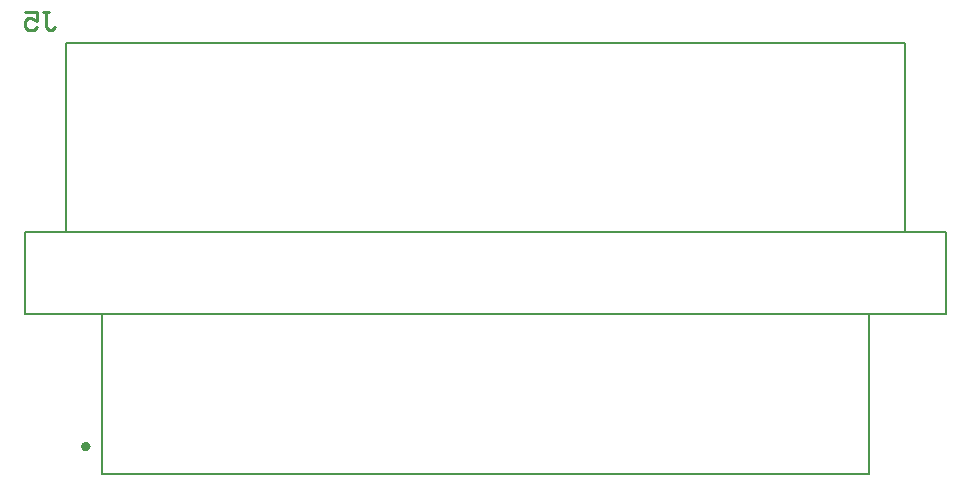
<source format=gbr>
G04*
G04 #@! TF.GenerationSoftware,Altium Limited,Altium Designer,23.0.1 (38)*
G04*
G04 Layer_Color=32896*
%FSLAX25Y25*%
%MOIN*%
G70*
G04*
G04 #@! TF.SameCoordinates,88CA1221-A5B3-45BB-8031-3B943D831941*
G04*
G04*
G04 #@! TF.FilePolarity,Positive*
G04*
G01*
G75*
%ADD11C,0.00500*%
%ADD12C,0.01000*%
%ADD31C,0.01575*%
D11*
X147638Y203661D02*
Y256811D01*
Y203661D02*
X403543D01*
Y256811D01*
X415354Y284370D02*
Y347362D01*
X135827D02*
X415354D01*
X135827Y284370D02*
Y347362D01*
X122047Y284370D02*
X135827D01*
X415354D01*
X429134D01*
Y256811D02*
Y284370D01*
X403543Y256811D02*
X429134D01*
X147638D02*
X403543D01*
X122047D02*
X147638D01*
X122047D02*
Y284370D01*
D12*
X128001Y357398D02*
X130001D01*
X129001D01*
Y352400D01*
X130001Y351400D01*
X131000D01*
X132000Y352400D01*
X122003Y357398D02*
X126002D01*
Y354399D01*
X124003Y355399D01*
X123003D01*
X122003Y354399D01*
Y352400D01*
X123003Y351400D01*
X125002D01*
X126002Y352400D01*
D31*
X143196Y212687D02*
G03*
X143196Y212687I-787J0D01*
G01*
M02*

</source>
